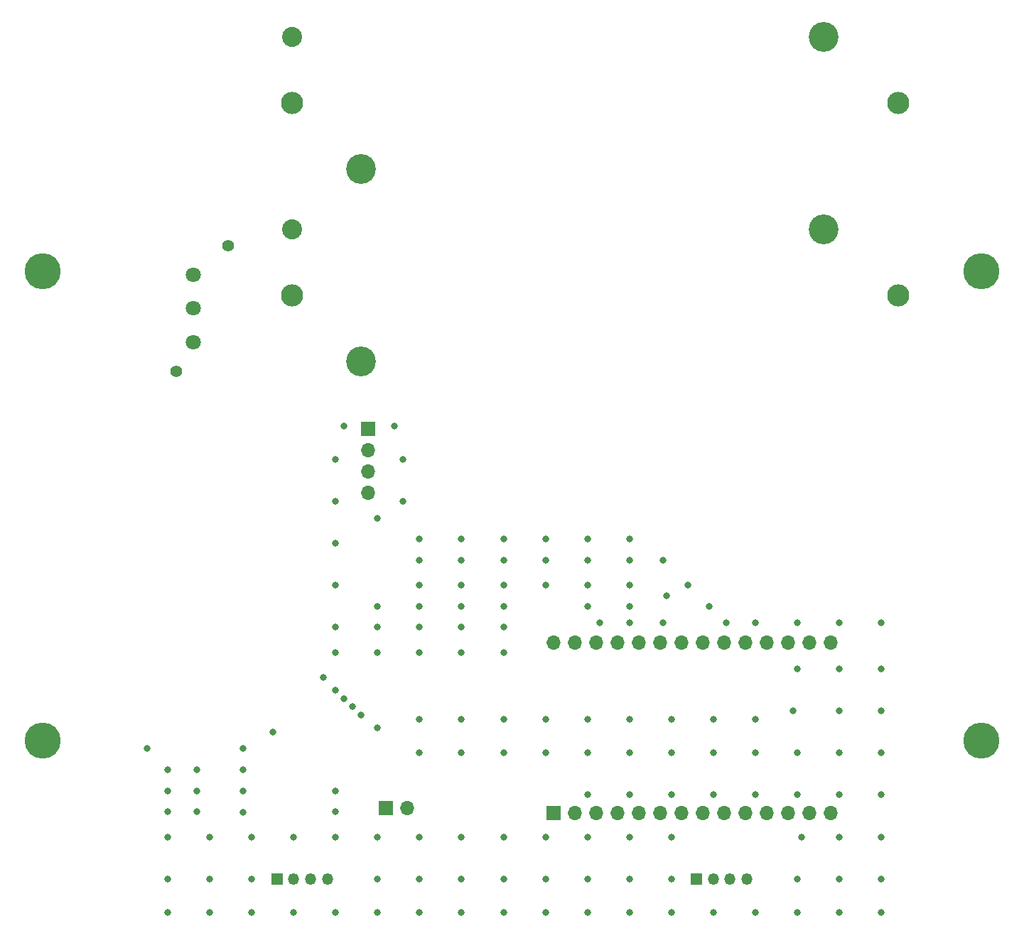
<source format=gbs>
G04 #@! TF.GenerationSoftware,KiCad,Pcbnew,8.0.1*
G04 #@! TF.CreationDate,2024-03-22T19:38:57+01:00*
G04 #@! TF.ProjectId,BikeCounter_SingleBoard,42696b65-436f-4756-9e74-65725f53696e,rev?*
G04 #@! TF.SameCoordinates,Original*
G04 #@! TF.FileFunction,Soldermask,Bot*
G04 #@! TF.FilePolarity,Negative*
%FSLAX46Y46*%
G04 Gerber Fmt 4.6, Leading zero omitted, Abs format (unit mm)*
G04 Created by KiCad (PCBNEW 8.0.1) date 2024-03-22 19:38:57*
%MOMM*%
%LPD*%
G01*
G04 APERTURE LIST*
%ADD10R,1.700000X1.700000*%
%ADD11O,1.700000X1.700000*%
%ADD12C,1.400000*%
%ADD13C,1.800000*%
%ADD14R,1.350000X1.350000*%
%ADD15O,1.350000X1.350000*%
%ADD16C,3.550000*%
%ADD17C,2.390000*%
%ADD18C,2.640000*%
%ADD19C,4.300000*%
%ADD20C,0.800000*%
G04 APERTURE END LIST*
D10*
X95980000Y-137181000D03*
D11*
X98520000Y-137181000D03*
X101060000Y-137181000D03*
X103600000Y-137181000D03*
X106140000Y-137181000D03*
X108680000Y-137181000D03*
X111220000Y-137181000D03*
X113760000Y-137181000D03*
X116300000Y-137181000D03*
X118840000Y-137181000D03*
X121380000Y-137181000D03*
X123920000Y-137181000D03*
X126460000Y-137181000D03*
X129000000Y-137181000D03*
X129000000Y-116861000D03*
X126460000Y-116861000D03*
X123920000Y-116861000D03*
X121380000Y-116861000D03*
X118840000Y-116861000D03*
X116300000Y-116861000D03*
X113760000Y-116861000D03*
X111220000Y-116861000D03*
X108680000Y-116861000D03*
X106140000Y-116861000D03*
X103600000Y-116861000D03*
X101060000Y-116861000D03*
X98520000Y-116861000D03*
X95980000Y-116861000D03*
D10*
X73872000Y-91364000D03*
D11*
X73872000Y-93904000D03*
X73872000Y-96444000D03*
X73872000Y-98984000D03*
D10*
X75975000Y-136611000D03*
D11*
X78515000Y-136611000D03*
D12*
X51000000Y-84500000D03*
X57200000Y-69500000D03*
D13*
X53000000Y-73000000D03*
X53000000Y-77000000D03*
X53000000Y-81000000D03*
D14*
X63000000Y-145000000D03*
D15*
X65000000Y-145000000D03*
X67000000Y-145000000D03*
X69000000Y-145000000D03*
D16*
X128180000Y-44605000D03*
X72980000Y-60345000D03*
D17*
X64780000Y-44605000D03*
D18*
X64780000Y-52475000D03*
X137000000Y-52475000D03*
D19*
X146935000Y-128490000D03*
X35065000Y-72560000D03*
D16*
X128180000Y-67605000D03*
X72980000Y-83345000D03*
D17*
X64780000Y-67605000D03*
D18*
X64780000Y-75475000D03*
X137000000Y-75475000D03*
D14*
X113000000Y-145000000D03*
D15*
X115000000Y-145000000D03*
X117000000Y-145000000D03*
X119000000Y-145000000D03*
D19*
X35065000Y-128490000D03*
X146935000Y-72560000D03*
D20*
X59000000Y-132000000D03*
X71000000Y-123500000D03*
X72000000Y-124500000D03*
X58960000Y-134540000D03*
X105000000Y-107000000D03*
X105000000Y-104500000D03*
X105000000Y-140000000D03*
X50000000Y-149000000D03*
X105000000Y-114500000D03*
X95000000Y-104500000D03*
X78000000Y-95000000D03*
X114500000Y-112500000D03*
X70000000Y-118000000D03*
X50000000Y-137000000D03*
X90000000Y-115000000D03*
X85000000Y-104500000D03*
X135000000Y-135000000D03*
X125000000Y-135000000D03*
X130000000Y-135000000D03*
X90000000Y-107000000D03*
X50000000Y-132000000D03*
X135000000Y-125000000D03*
X77000000Y-91000000D03*
X95000000Y-145000000D03*
X110000000Y-145000000D03*
X53500000Y-137000000D03*
X100000000Y-149000000D03*
X100000000Y-110000000D03*
X100000000Y-107000000D03*
X109000000Y-107000000D03*
X75000000Y-102000000D03*
X85000000Y-145000000D03*
X85000000Y-112500000D03*
X90000000Y-140000000D03*
X115000000Y-130000000D03*
X135000000Y-130000000D03*
X80000000Y-145000000D03*
X65000000Y-149000000D03*
X135000000Y-149000000D03*
X60000000Y-140000000D03*
X47500000Y-129500000D03*
X70000000Y-95000000D03*
X80000000Y-149000000D03*
X120000000Y-135000000D03*
X116500000Y-114500000D03*
X110000000Y-130000000D03*
X115000000Y-149000000D03*
X135000000Y-140000000D03*
X50000000Y-134500000D03*
X70000000Y-115000000D03*
X85000000Y-115000000D03*
X70000000Y-149000000D03*
X78000000Y-100000000D03*
X65000000Y-140000000D03*
X95000000Y-140000000D03*
X71000000Y-91000000D03*
X62500000Y-127500000D03*
X100000000Y-145000000D03*
X124500000Y-125000000D03*
X75000000Y-118000000D03*
X80000000Y-115000000D03*
X70000000Y-134500000D03*
X95000000Y-107000000D03*
X100000000Y-130000000D03*
X120000000Y-114500000D03*
X50000000Y-140000000D03*
X85000000Y-140000000D03*
X100000000Y-135000000D03*
X70000000Y-105000000D03*
X85000000Y-126000000D03*
X90000000Y-118000000D03*
X55000000Y-149000000D03*
X105000000Y-135000000D03*
X90000000Y-104500000D03*
X115000000Y-126000000D03*
X80000000Y-140000000D03*
X135000000Y-145000000D03*
X95000000Y-130000000D03*
X135000000Y-120000000D03*
X125000000Y-120000000D03*
X60000000Y-149000000D03*
X115000000Y-135000000D03*
X75000000Y-127000000D03*
X75000000Y-140000000D03*
X100000000Y-126000000D03*
X55000000Y-140000000D03*
X53500000Y-132000000D03*
X130000000Y-114500000D03*
X130000000Y-125000000D03*
X90000000Y-149000000D03*
X120000000Y-130000000D03*
X70000000Y-110000000D03*
X105000000Y-130000000D03*
X130000000Y-145000000D03*
X80000000Y-118000000D03*
X120000000Y-149000000D03*
X130000000Y-140000000D03*
X55000000Y-145000000D03*
X80000000Y-104500000D03*
X100000000Y-112500000D03*
X125000000Y-130000000D03*
X130000000Y-149000000D03*
X53500000Y-134500000D03*
X100000000Y-140000000D03*
X50000000Y-145000000D03*
X125000000Y-145000000D03*
X90000000Y-110000000D03*
X68500000Y-121000000D03*
X125500000Y-140000000D03*
X110000000Y-140000000D03*
X90000000Y-130000000D03*
X90000000Y-126000000D03*
X105000000Y-149000000D03*
X135000000Y-114500000D03*
X110000000Y-135000000D03*
X109390289Y-111256746D03*
X70000000Y-100000000D03*
X75000000Y-115000000D03*
X75000000Y-145000000D03*
X105000000Y-112500000D03*
X90000000Y-145000000D03*
X130000000Y-130000000D03*
X80000000Y-130000000D03*
X105000000Y-126000000D03*
X105000000Y-145000000D03*
X70000000Y-140000000D03*
X75000000Y-112500000D03*
X85000000Y-149000000D03*
X110000000Y-126000000D03*
X80000000Y-107000000D03*
X75000000Y-149000000D03*
X101500000Y-114500000D03*
X85000000Y-118000000D03*
X90000000Y-112500000D03*
X109000000Y-114500000D03*
X130000000Y-120000000D03*
X125000000Y-114500000D03*
X95000000Y-149000000D03*
X120000000Y-126000000D03*
X95000000Y-110000000D03*
X85000000Y-107000000D03*
X85000000Y-110000000D03*
X80000000Y-126000000D03*
X105000000Y-110000000D03*
X80000000Y-110000000D03*
X100000000Y-104500000D03*
X112000000Y-110000000D03*
X125000000Y-149000000D03*
X80000000Y-112500000D03*
X95000000Y-126000000D03*
X70000000Y-137000000D03*
X110000000Y-149000000D03*
X60000000Y-145000000D03*
X85000000Y-130000000D03*
X70000000Y-122500000D03*
X59000000Y-129500000D03*
X73000000Y-125500000D03*
X59000000Y-137080000D03*
M02*

</source>
